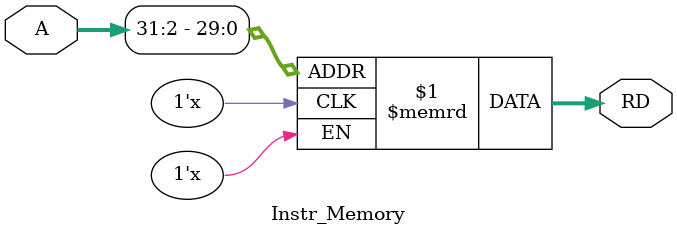
<source format=v>
module Instr_Memory(A,RD);
input  [31:0]A;
output [31:0]RD;

parameter memsize=256;
reg [31:0] memory [memsize:0];

assign RD = memory[A[31:2]];

endmodule

</source>
